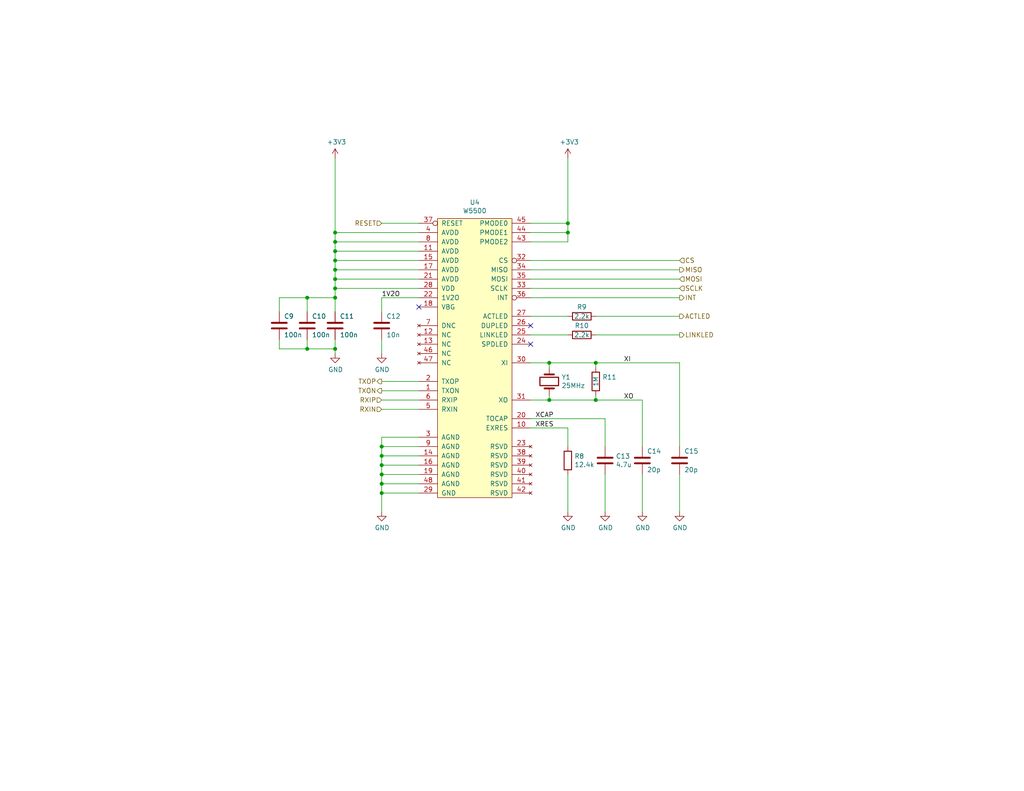
<source format=kicad_sch>
(kicad_sch (version 20211123) (generator eeschema)
  (paper "USLetter")
  (title_block (title "PoE Addon") (date "2022-06-26") (rev "1") (company "Alex Martens"))
  (lib_symbols
    (symbol "Device:C" (pin_numbers hide) (pin_names (offset 0.254))
      (property "Reference" "C" (at 0.635 2.54 0))
      (property "Value" "C" (at 0.635 -2.54 0))
      (symbol "C_0_1"
        (polyline (pts (xy -2.032 -0.762) (xy 2.032 -0.762)) (stroke (width 0.508)))
        (polyline (pts (xy -2.032 0.762) (xy 2.032 0.762)) (stroke (width 0.508)))
      )
      (symbol "C_1_1"
        (pin passive line (at 0 3.81 270) (length 2.794) (name "~") (number "1"))
        (pin passive line (at 0 -3.81 90) (length 2.794) (name "~") (number "2"))
      )
    )
    (symbol "Device:Crystal" (pin_numbers hide) (pin_names (offset 1.016) hide)
      (property "Reference" "Y" (at 0 3.81 0))
      (property "Value" "Crystal" (at 0 -3.81 0))
      (symbol "Crystal_0_1"
        (rectangle (start -1.143 2.54) (end 1.143 -2.54) (stroke (width 0.3048)))
        (polyline (pts (xy -2.54 0) (xy -1.905 0)))
        (polyline (pts (xy -1.905 -1.27) (xy -1.905 1.27)) (stroke (width 0.508)))
        (polyline (pts (xy 1.905 -1.27) (xy 1.905 1.27)) (stroke (width 0.508)))
        (polyline (pts (xy 2.54 0) (xy 1.905 0)))
      )
      (symbol "Crystal_1_1"
        (pin passive line (at -3.81 0 0) (length 1.27) (name "1") (number "1"))
        (pin passive line (at 3.81 0 180) (length 1.27) (name "2") (number "2"))
      )
    )
    (symbol "Device:R" (pin_numbers hide) (pin_names (offset 0))
      (property "Reference" "R" (at 2.032 0 90))
      (property "Value" "R" (at 0 0 90))
      (symbol "R_0_1"
        (rectangle (start -1.016 -2.54) (end 1.016 2.54) (stroke (width 0.254)))
      )
      (symbol "R_1_1"
        (pin passive line (at 0 3.81 270) (length 1.27) (name "~") (number "1"))
        (pin passive line (at 0 -3.81 90) (length 1.27) (name "~") (number "2"))
      )
    )
    (symbol "newam:W5500" (pin_names (offset 1.016))
      (property "Reference" "U" (at -10.16 44.45 0))
      (property "Value" "W5500" (at 0 -34.29 0))
      (symbol "W5500_0_1"
        (rectangle (start -10.16 43.18) (end 10.16 -33.02) (fill (type background)))
      )
      (symbol "W5500_1_1"
        (pin output line (at -15.24 -3.81 0) (length 5.08) (name "TXON") (number "1"))
        (pin output line (at 15.24 -13.97 180) (length 5.08) (name "EXRES") (number "10"))
        (pin power_in line (at -15.24 34.29 0) (length 5.08) (name "AVDD") (number "11"))
        (pin no_connect line (at -15.24 11.43 0) (length 5.08) (name "NC") (number "12"))
        (pin no_connect line (at -15.24 8.89 0) (length 5.08) (name "NC") (number "13"))
        (pin power_in line (at -15.24 -21.59 0) (length 5.08) (name "AGND") (number "14"))
        (pin power_in line (at -15.24 31.75 0) (length 5.08) (name "AVDD") (number "15"))
        (pin power_in line (at -15.24 -24.13 0) (length 5.08) (name "AGND") (number "16"))
        (pin power_in line (at -15.24 29.21 0) (length 5.08) (name "AVDD") (number "17"))
        (pin power_out line (at -15.24 19.05 0) (length 5.08) (name "VBG") (number "18"))
        (pin power_in line (at -15.24 -26.67 0) (length 5.08) (name "AGND") (number "19"))
        (pin output line (at -15.24 -1.27 0) (length 5.08) (name "TXOP") (number "2"))
        (pin output line (at 15.24 -11.43 180) (length 5.08) (name "TOCAP") (number "20"))
        (pin power_in line (at -15.24 26.67 0) (length 5.08) (name "AVDD") (number "21"))
        (pin power_out line (at -15.24 21.59 0) (length 5.08) (name "1V2O") (number "22"))
        (pin no_connect line (at 15.24 -19.05 180) (length 5.08) (name "RSVD") (number "23"))
        (pin output line (at 15.24 8.89 180) (length 5.08) (name "SPDLED") (number "24"))
        (pin output line (at 15.24 11.43 180) (length 5.08) (name "LINKLED") (number "25"))
        (pin output line (at 15.24 13.97 180) (length 5.08) (name "DUPLED") (number "26"))
        (pin output line (at 15.24 16.51 180) (length 5.08) (name "ACTLED") (number "27"))
        (pin power_in line (at -15.24 24.13 0) (length 5.08) (name "VDD") (number "28"))
        (pin power_in line (at -15.24 -31.75 0) (length 5.08) (name "GND") (number "29"))
        (pin power_in line (at -15.24 -16.51 0) (length 5.08) (name "AGND") (number "3"))
        (pin input line (at 15.24 3.81 180) (length 5.08) (name "XI") (number "30"))
        (pin input line (at 15.24 -6.35 180) (length 5.08) (name "XO") (number "31"))
        (pin input inverted (at 15.24 31.75 180) (length 5.08) (name "CS") (number "32"))
        (pin input line (at 15.24 24.13 180) (length 5.08) (name "SCLK") (number "33"))
        (pin output line (at 15.24 29.21 180) (length 5.08) (name "MISO") (number "34"))
        (pin input line (at 15.24 26.67 180) (length 5.08) (name "MOSI") (number "35"))
        (pin output inverted (at 15.24 21.59 180) (length 5.08) (name "INT") (number "36"))
        (pin input inverted (at -15.24 41.91 0) (length 5.08) (name "RESET") (number "37"))
        (pin no_connect line (at 15.24 -21.59 180) (length 5.08) (name "RSVD") (number "38"))
        (pin no_connect line (at 15.24 -24.13 180) (length 5.08) (name "RSVD") (number "39"))
        (pin power_in line (at -15.24 39.37 0) (length 5.08) (name "AVDD") (number "4"))
        (pin no_connect line (at 15.24 -26.67 180) (length 5.08) (name "RSVD") (number "40"))
        (pin no_connect line (at 15.24 -29.21 180) (length 5.08) (name "RSVD") (number "41"))
        (pin no_connect line (at 15.24 -31.75 180) (length 5.08) (name "RSVD") (number "42"))
        (pin input line (at 15.24 36.83 180) (length 5.08) (name "PMODE2") (number "43"))
        (pin input line (at 15.24 39.37 180) (length 5.08) (name "PMODE1") (number "44"))
        (pin input line (at 15.24 41.91 180) (length 5.08) (name "PMODE0") (number "45"))
        (pin no_connect line (at -15.24 6.35 0) (length 5.08) (name "NC") (number "46"))
        (pin no_connect line (at -15.24 3.81 0) (length 5.08) (name "NC") (number "47"))
        (pin power_in line (at -15.24 -29.21 0) (length 5.08) (name "AGND") (number "48"))
        (pin input line (at -15.24 -8.89 0) (length 5.08) (name "RXIN") (number "5"))
        (pin input line (at -15.24 -6.35 0) (length 5.08) (name "RXIP") (number "6"))
        (pin no_connect line (at -15.24 13.97 0) (length 5.08) (name "DNC") (number "7"))
        (pin power_in line (at -15.24 36.83 0) (length 5.08) (name "AVDD") (number "8"))
        (pin power_in line (at -15.24 -19.05 0) (length 5.08) (name "AGND") (number "9"))
      )
    )
    (symbol "power:+3.3V" (power) (pin_names (offset 0))
      (property "Value" "+3.3V" (at 0 3.556 0))
      (symbol "+3.3V_0_1"
        (polyline (pts (xy -0.762 1.27) (xy 0 2.54)))
        (polyline (pts (xy 0 0) (xy 0 2.54)))
        (polyline (pts (xy 0 2.54) (xy 0.762 1.27)))
      )
      (symbol "+3.3V_1_1"
        (pin power_in line (at 0 0 90) (length 0) hide (name "+3V3") (number "1"))
      )
    )
    (symbol "power:+3V3" (power) (pin_names (offset 0))
      (property "Value" "+3V3" (at 0 3.556 0))
      (symbol "+3V3_0_1"
        (polyline (pts (xy -0.762 1.27) (xy 0 2.54)))
        (polyline (pts (xy 0 0) (xy 0 2.54)))
        (polyline (pts (xy 0 2.54) (xy 0.762 1.27)))
      )
      (symbol "+3V3_1_1"
        (pin power_in line (at 0 0 90) (length 0) hide (name "+3V3") (number "1"))
      )
    )
    (symbol "power:GND" (power) (pin_names (offset 0))
      (property "Value" "GND" (at 0 -3.81 0))
      (symbol "GND_0_1"
        (polyline (pts (xy 0 0) (xy 0 -1.27) (xy 1.27 -1.27) (xy 0 -2.54) (xy -1.27 -1.27) (xy 0 -1.27)))
      )
      (symbol "GND_1_1"
        (pin power_in line (at 0 0 270) (length 0) hide (name "GND") (number "1"))
      )
    )
  )
  (junction (at 91.44 73.66))
  (junction (at 149.86 109.22))
  (junction (at 104.14 134.62))
  (junction (at 154.94 60.96))
  (junction (at 91.44 63.5))
  (junction (at 83.82 95.25))
  (junction (at 91.44 95.25))
  (junction (at 162.56 99.06))
  (junction (at 104.14 127))
  (junction (at 91.44 78.74))
  (junction (at 149.86 99.06))
  (junction (at 104.14 132.08))
  (junction (at 91.44 66.04))
  (junction (at 104.14 129.54))
  (junction (at 154.94 63.5))
  (junction (at 91.44 68.58))
  (junction (at 104.14 121.92))
  (junction (at 91.44 81.28))
  (junction (at 83.82 81.28))
  (junction (at 91.44 71.12))
  (junction (at 91.44 76.2))
  (junction (at 104.14 124.46))
  (junction (at 162.56 109.22))
  (no_connect (at 144.78 88.9))
  (no_connect (at 144.78 93.98))
  (no_connect (at 114.3 83.82))
  (wire (pts (xy 165.1 139.7) (xy 165.1 129.54)))
  (wire (pts (xy 83.82 85.09) (xy 83.82 81.28)))
  (wire (pts (xy 162.56 99.06) (xy 185.42 99.06)))
  (wire (pts (xy 144.78 66.04) (xy 154.94 66.04)))
  (wire (pts (xy 162.56 91.44) (xy 185.42 91.44)))
  (wire (pts (xy 91.44 73.66) (xy 91.44 76.2)))
  (wire (pts (xy 104.14 121.92) (xy 114.3 121.92)))
  (wire (pts (xy 104.14 132.08) (xy 114.3 132.08)))
  (wire (pts (xy 104.14 134.62) (xy 114.3 134.62)))
  (wire (pts (xy 91.44 71.12) (xy 91.44 68.58)))
  (wire (pts (xy 91.44 85.09) (xy 91.44 81.28)))
  (wire (pts (xy 91.44 78.74) (xy 91.44 81.28)))
  (wire (pts (xy 162.56 99.06) (xy 162.56 100.33)))
  (wire (pts (xy 104.14 109.22) (xy 114.3 109.22)))
  (wire (pts (xy 175.26 109.22) (xy 175.26 121.92)))
  (wire (pts (xy 91.44 73.66) (xy 91.44 71.12)))
  (wire (pts (xy 144.78 109.22) (xy 149.86 109.22)))
  (wire (pts (xy 144.78 91.44) (xy 154.94 91.44)))
  (wire (pts (xy 114.3 81.28) (xy 104.14 81.28)))
  (wire (pts (xy 104.14 129.54) (xy 114.3 129.54)))
  (wire (pts (xy 114.3 76.2) (xy 91.44 76.2)))
  (wire (pts (xy 149.86 109.22) (xy 162.56 109.22)))
  (wire (pts (xy 104.14 119.38) (xy 104.14 121.92)))
  (wire (pts (xy 149.86 99.06) (xy 149.86 100.33)))
  (wire (pts (xy 175.26 139.7) (xy 175.26 129.54)))
  (wire (pts (xy 185.42 129.54) (xy 185.42 139.7)))
  (wire (pts (xy 104.14 60.96) (xy 114.3 60.96)))
  (wire (pts (xy 104.14 129.54) (xy 104.14 132.08)))
  (wire (pts (xy 114.3 71.12) (xy 91.44 71.12)))
  (wire (pts (xy 104.14 132.08) (xy 104.14 134.62)))
  (wire (pts (xy 144.78 78.74) (xy 185.42 78.74)))
  (wire (pts (xy 144.78 60.96) (xy 154.94 60.96)))
  (wire (pts (xy 114.3 68.58) (xy 91.44 68.58)))
  (wire (pts (xy 114.3 106.68) (xy 104.14 106.68)))
  (wire (pts (xy 104.14 85.09) (xy 104.14 81.28)))
  (wire (pts (xy 83.82 92.71) (xy 83.82 95.25)))
  (wire (pts (xy 114.3 111.76) (xy 104.14 111.76)))
  (wire (pts (xy 154.94 129.54) (xy 154.94 139.7)))
  (wire (pts (xy 144.78 81.28) (xy 185.42 81.28)))
  (wire (pts (xy 165.1 114.3) (xy 165.1 121.92)))
  (wire (pts (xy 104.14 124.46) (xy 114.3 124.46)))
  (wire (pts (xy 114.3 66.04) (xy 91.44 66.04)))
  (wire (pts (xy 83.82 95.25) (xy 76.2 95.25)))
  (wire (pts (xy 114.3 63.5) (xy 91.44 63.5)))
  (wire (pts (xy 114.3 73.66) (xy 91.44 73.66)))
  (wire (pts (xy 91.44 92.71) (xy 91.44 95.25)))
  (wire (pts (xy 104.14 127) (xy 104.14 129.54)))
  (wire (pts (xy 83.82 81.28) (xy 91.44 81.28)))
  (wire (pts (xy 104.14 134.62) (xy 104.14 139.7)))
  (wire (pts (xy 144.78 76.2) (xy 185.42 76.2)))
  (wire (pts (xy 162.56 109.22) (xy 162.56 107.95)))
  (wire (pts (xy 144.78 116.84) (xy 154.94 116.84)))
  (wire (pts (xy 104.14 92.71) (xy 104.14 96.52)))
  (wire (pts (xy 162.56 109.22) (xy 175.26 109.22)))
  (wire (pts (xy 185.42 99.06) (xy 185.42 121.92)))
  (wire (pts (xy 104.14 121.92) (xy 104.14 124.46)))
  (wire (pts (xy 91.44 95.25) (xy 83.82 95.25)))
  (wire (pts (xy 144.78 86.36) (xy 154.94 86.36)))
  (wire (pts (xy 91.44 96.52) (xy 91.44 95.25)))
  (wire (pts (xy 104.14 119.38) (xy 114.3 119.38)))
  (wire (pts (xy 91.44 68.58) (xy 91.44 66.04)))
  (wire (pts (xy 149.86 109.22) (xy 149.86 107.95)))
  (wire (pts (xy 154.94 116.84) (xy 154.94 121.92)))
  (wire (pts (xy 144.78 63.5) (xy 154.94 63.5)))
  (wire (pts (xy 154.94 63.5) (xy 154.94 60.96)))
  (wire (pts (xy 154.94 60.96) (xy 154.94 43.18)))
  (wire (pts (xy 104.14 124.46) (xy 104.14 127)))
  (wire (pts (xy 76.2 85.09) (xy 76.2 81.28)))
  (wire (pts (xy 104.14 127) (xy 114.3 127)))
  (wire (pts (xy 154.94 66.04) (xy 154.94 63.5)))
  (wire (pts (xy 91.44 66.04) (xy 91.44 63.5)))
  (wire (pts (xy 144.78 114.3) (xy 165.1 114.3)))
  (wire (pts (xy 144.78 73.66) (xy 185.42 73.66)))
  (wire (pts (xy 91.44 63.5) (xy 91.44 43.18)))
  (wire (pts (xy 114.3 78.74) (xy 91.44 78.74)))
  (wire (pts (xy 144.78 99.06) (xy 149.86 99.06)))
  (wire (pts (xy 91.44 76.2) (xy 91.44 78.74)))
  (wire (pts (xy 149.86 99.06) (xy 162.56 99.06)))
  (wire (pts (xy 76.2 81.28) (xy 83.82 81.28)))
  (wire (pts (xy 104.14 104.14) (xy 114.3 104.14)))
  (wire (pts (xy 144.78 71.12) (xy 185.42 71.12)))
  (wire (pts (xy 76.2 92.71) (xy 76.2 95.25)))
  (wire (pts (xy 162.56 86.36) (xy 185.42 86.36)))
  (label "1V2O" (at 104.14 81.28 0))
  (label "XRES" (at 146.05 116.84 0))
  (label "XCAP" (at 146.05 114.3 0))
  (label "XO" (at 170.18 109.22 0))
  (label "XI" (at 170.18 99.06 0))
  (hierarchical_label "INT" (shape output) (at 185.42 81.28 0))
  (hierarchical_label "RXIN" (shape input) (at 104.14 111.76 180))
  (hierarchical_label "RESET" (shape input) (at 104.14 60.96 180))
  (hierarchical_label "TXON" (shape output) (at 104.14 106.68 180))
  (hierarchical_label "RXIP" (shape input) (at 104.14 109.22 180))
  (hierarchical_label "ACTLED" (shape output) (at 185.42 86.36 0))
  (hierarchical_label "SCLK" (shape input) (at 185.42 78.74 0))
  (hierarchical_label "LINKLED" (shape output) (at 185.42 91.44 0))
  (hierarchical_label "MOSI" (shape input) (at 185.42 76.2 0))
  (hierarchical_label "CS" (shape input) (at 185.42 71.12 0))
  (hierarchical_label "TXOP" (shape output) (at 104.14 104.14 180))
  (hierarchical_label "MISO" (shape output) (at 185.42 73.66 0))
  (symbol (lib_id "Device:R") (at 154.94 125.73 0) (unit 1)
    (property "Reference" "R8" (at 156.718 124.5616 0) (effects (justify left)))
    (property "Value" "12.4k" (at 156.718 126.873 0) (effects (justify left)))
    (property "Footprint" "Resistor_SMD:R_0603_1608Metric" (effects hide))
    (property "Tolerance" "±1%" (effects hide))
    (property "DigiKey Part Number" "311-12.4KHRCT-ND " (effects hide))
  )
  (symbol (lib_id "power:GND") (at 104.14 139.7 0) (unit 1)
    (property "Reference" "#PWR015" (effects hide))
    (property "Value" "GND" (at 104.267 144.0942 0))
  )
  (symbol (lib_id "power:GND") (at 154.94 139.7 0) (unit 1)
    (property "Reference" "#PWR017" (effects hide))
    (property "Value" "GND" (at 155.067 144.0942 0))
  )
  (symbol (lib_id "Device:C") (at 165.1 125.73 0) (unit 1)
    (property "Reference" "C13" (at 168.021 124.5616 0) (effects (justify left)))
    (property "Value" "4.7u" (at 168.021 126.873 0) (effects (justify left)))
    (property "Footprint" "Capacitor_SMD:C_0603_1608Metric" (effects hide))
    (property "DigiKey Part Number" "1276-1907-1-ND" (effects hide))
  )
  (symbol (lib_id "power:GND") (at 165.1 139.7 0) (unit 1)
    (property "Reference" "#PWR018" (effects hide))
    (property "Value" "GND" (at 165.227 144.0942 0))
  )
  (symbol (lib_id "Device:Crystal") (at 149.86 104.14 270) (unit 1)
    (property "Reference" "Y1" (at 153.1874 102.9716 90) (effects (justify left)))
    (property "Value" "25MHz" (at 153.1874 105.283 90) (effects (justify left)))
    (property "Footprint" "Crystal:Crystal_SMD_5032-2Pin_5.0x3.2mm" (effects hide))
    (property "DigiKey Part Number" "CTX1175CT-ND" (effects hide))
  )
  (symbol (lib_id "Device:R") (at 162.56 104.14 0) (unit 1)
    (property "Reference" "R11" (at 164.338 102.9716 0) (effects (justify left)))
    (property "Value" "1M" (at 162.56 104.14 90))
    (property "Footprint" "Resistor_SMD:R_0603_1608Metric" (effects hide))
    (property "DigiKey Part Number" "311-1.0MGRCT-ND" (effects hide))
  )
  (symbol (lib_id "Device:C") (at 104.14 88.9 0) (unit 1)
    (property "Reference" "C12" (at 105.41 86.36 0) (effects (justify left)))
    (property "Value" "10n" (at 105.41 91.44 0) (effects (justify left)))
    (property "Footprint" "Capacitor_SMD:C_0603_1608Metric" (effects hide))
    (property "DigiKey Part Number" "1276-1009-1-ND" (effects hide))
  )
  (symbol (lib_id "power:GND") (at 104.14 96.52 0) (unit 1)
    (property "Reference" "#PWR014" (effects hide))
    (property "Value" "GND" (at 104.267 100.9142 0))
  )
  (symbol (lib_id "Device:C") (at 76.2 88.9 0) (unit 1)
    (property "Reference" "C9" (at 77.47 86.36 0) (effects (justify left)))
    (property "Value" "100n" (at 77.47 91.44 0) (effects (justify left)))
    (property "Footprint" "Capacitor_SMD:C_0603_1608Metric" (effects hide))
    (property "DigiKey Part Number" "1276-1012-1-ND" (effects hide))
  )
  (symbol (lib_id "power:GND") (at 91.44 96.52 0) (unit 1)
    (property "Reference" "#PWR013" (effects hide))
    (property "Value" "GND" (at 91.567 100.9142 0))
  )
  (symbol (lib_id "Device:C") (at 185.42 125.73 0) (unit 1)
    (property "Reference" "C15" (at 186.69 123.19 0) (effects (justify left)))
    (property "Value" "20p" (at 186.69 128.27 0) (effects (justify left)))
    (property "Footprint" "Capacitor_SMD:C_0603_1608Metric" (effects hide))
    (property "DigiKey Part Number" "1276-1187-1-ND" (effects hide))
  )
  (symbol (lib_id "power:GND") (at 175.26 139.7 0) (unit 1)
    (property "Reference" "#PWR019" (effects hide))
    (property "Value" "GND" (at 175.387 144.0942 0))
  )
  (symbol (lib_id "power:GND") (at 185.42 139.7 0) (unit 1)
    (property "Reference" "#PWR020" (effects hide))
    (property "Value" "GND" (at 185.547 144.0942 0))
  )
  (symbol (lib_id "newam:W5500") (at 129.54 102.87 0) (unit 1)
    (property "Reference" "U4" (at 129.54 55.245 0))
    (property "Value" "W5500" (at 129.54 57.5564 0))
    (property "Footprint" "Package_QFP:LQFP-48_7x7mm_P0.5mm" (effects hide))
    (property "Datasheet" "http://wizwiki.net/wiki/lib/exe/fetch.php?media=products:w5500:w5500_ds_v108e.pdf" (effects hide))
    (property "DigiKey Part Number" "1278-1021-ND" (effects hide))
  )
  (symbol (lib_id "power:+3.3V") (at 154.94 43.18 0) (unit 1)
    (property "Reference" "#PWR016" (effects hide))
    (property "Value" "+3.3V" (at 155.321 38.7858 0))
  )
  (symbol (lib_id "power:+3V3") (at 91.44 43.18 0) (unit 1)
    (property "Reference" "#PWR012" (effects hide))
    (property "Value" "+3V3" (at 91.821 38.7858 0))
  )
  (symbol (lib_id "Device:C") (at 83.82 88.9 0) (unit 1)
    (property "Reference" "C10" (at 85.09 86.36 0) (effects (justify left)))
    (property "Value" "100n" (at 85.09 91.44 0) (effects (justify left)))
    (property "Footprint" "Capacitor_SMD:C_0603_1608Metric" (effects hide))
    (property "DigiKey Part Number" "1276-1012-1-ND" (effects hide))
  )
  (symbol (lib_id "Device:C") (at 91.44 88.9 0) (unit 1)
    (property "Reference" "C11" (at 92.71 86.36 0) (effects (justify left)))
    (property "Value" "100n" (at 92.71 91.44 0) (effects (justify left)))
    (property "Footprint" "Capacitor_SMD:C_0603_1608Metric" (effects hide))
    (property "DigiKey Part Number" "1276-1012-1-ND" (effects hide))
  )
  (symbol (lib_id "Device:R") (at 158.75 86.36 90) (unit 1)
    (property "Reference" "R9" (at 158.75 83.82 90))
    (property "Value" "2.2k" (at 158.75 86.36 90))
    (property "Footprint" "Resistor_SMD:R_0603_1608Metric" (effects hide))
    (property "DigiKey Part Number" "311-2.20KHRCT-ND" (effects hide))
  )
  (symbol (lib_id "Device:C") (at 175.26 125.73 0) (unit 1)
    (property "Reference" "C14" (at 176.53 123.19 0) (effects (justify left)))
    (property "Value" "20p" (at 176.53 128.27 0) (effects (justify left)))
    (property "Footprint" "Capacitor_SMD:C_0603_1608Metric" (effects hide))
    (property "DigiKey Part Number" "1276-1187-1-ND" (effects hide))
  )
  (symbol (lib_id "Device:R") (at 158.75 91.44 90) (unit 1)
    (property "Reference" "R10" (at 158.75 88.9 90))
    (property "Value" "2.2k" (at 158.75 91.44 90))
    (property "Footprint" "Resistor_SMD:R_0603_1608Metric" (effects hide))
    (property "DigiKey Part Number" "311-2.20KHRCT-ND" (effects hide))
  )
)
</source>
